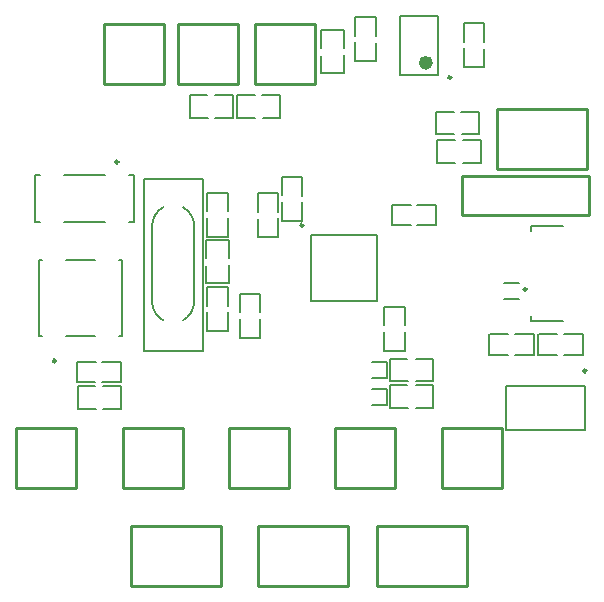
<source format=gbr>
%TF.GenerationSoftware,Altium Limited,Altium Designer,21.5.1 (32)*%
G04 Layer_Color=65535*
%FSLAX45Y45*%
%MOMM*%
%TF.SameCoordinates,06A15EC1-A366-40CD-93CB-9F33A424241D*%
%TF.FilePolarity,Positive*%
%TF.FileFunction,Legend,Top*%
%TF.Part,Single*%
G01*
G75*
%TA.AperFunction,NonConductor*%
%ADD53C,0.25000*%
%ADD54C,0.60000*%
%ADD55C,0.12700*%
%ADD56C,0.20000*%
%ADD57C,0.17500*%
%ADD58C,0.25400*%
D53*
X2556100Y3076800D02*
G03*
X2556100Y3076800I-12500J0D01*
G01*
X7047500Y2992500D02*
G03*
X7047500Y2992500I-12500J0D01*
G01*
X3086580Y4760080D02*
G03*
X3086580Y4760080I-12500J0D01*
G01*
X4652501Y4225000D02*
G03*
X4652501Y4225000I-12500J0D01*
G01*
X5905000Y5477000D02*
G03*
X5905000Y5477000I-12500J0D01*
G01*
X6542501Y3682500D02*
G03*
X6542501Y3682500I-12500J0D01*
G01*
D54*
X5720000Y5600000D02*
G03*
X5720000Y5600000I-30000J0D01*
G01*
D55*
X3632502Y3419699D02*
G03*
X3727802Y3577200I-82500J157501D01*
G01*
X3372202D02*
G03*
X3467501Y3419699I177800J0D01*
G01*
X3727802Y4219820D02*
G03*
X3632502Y4377321I-177800J0D01*
G01*
X3467501D02*
G03*
X3372202Y4219820I82500J-157501D01*
G01*
X4303780Y5328920D02*
X4456180D01*
Y5135880D02*
Y5328920D01*
X4308860Y5135880D02*
X4456180D01*
X4090420D02*
Y5328920D01*
Y5135880D02*
X4240280D01*
X4090420Y5328920D02*
X4240280D01*
X3690628Y5135888D02*
X3843028D01*
X3690628D02*
Y5328928D01*
X3837948D01*
X4056388Y5135888D02*
Y5328928D01*
X3906528D02*
X4056388D01*
X3906528Y5135888D02*
X4056388D01*
X3371295Y3576293D02*
Y4224900D01*
X3727802Y3577200D02*
Y4224900D01*
X3306162Y4618598D02*
X3806542Y4618601D01*
X3306162Y3158102D02*
Y4618598D01*
Y3158102D02*
X3806542Y3158099D01*
Y4618601D01*
X5990472Y5186512D02*
X6142872D01*
Y4993472D02*
Y5186512D01*
X5995552Y4993472D02*
X6142872D01*
X5777112D02*
Y5186512D01*
Y4993472D02*
X5926972D01*
X5777112Y5186512D02*
X5926972D01*
X4021514Y3732128D02*
Y3884528D01*
X3828474Y3732128D02*
X4021514D01*
X3828474D02*
Y3879448D01*
Y4097888D02*
X4021514D01*
X3828474Y3948028D02*
Y4097888D01*
X4021514Y3948028D02*
Y4097888D01*
X5387120Y2678480D02*
X5539520D01*
X5387120D02*
Y2871520D01*
X5534440D01*
X5752880Y2678480D02*
Y2871520D01*
X5603020D02*
X5752880D01*
X5603020Y2678480D02*
X5752880D01*
X5387120Y2903480D02*
X5539520D01*
X5387120D02*
Y3096520D01*
X5534440D01*
X5752880Y2903480D02*
Y3096520D01*
X5603020D02*
X5752880D01*
X5603020Y2903480D02*
X5752880D01*
X6000472Y4946512D02*
X6152872D01*
Y4753472D02*
Y4946512D01*
X6005552Y4753472D02*
X6152872D01*
X5787112D02*
Y4946512D01*
Y4753472D02*
X5936972D01*
X5787112Y4946512D02*
X5936972D01*
X2744720Y2672080D02*
X2897120D01*
X2744720D02*
Y2865120D01*
X2892040D01*
X3110480Y2672080D02*
Y2865120D01*
X2960620D02*
X3110480D01*
X2960620Y2672080D02*
X3110480D01*
X4996504Y5512136D02*
Y5664536D01*
X4803464Y5512136D02*
X4996504D01*
X4803464D02*
Y5659456D01*
Y5877896D02*
X4996504D01*
X4803464Y5728036D02*
Y5877896D01*
X4996504Y5728036D02*
Y5877896D01*
X4011362Y4341340D02*
Y4501360D01*
Y4130520D02*
Y4288000D01*
X3838642Y4128640D02*
X4011362D01*
X3838642Y4130520D02*
Y4285460D01*
Y4343880D02*
Y4501360D01*
X4011362D01*
X3838642Y3328640D02*
Y3488660D01*
Y3542000D02*
Y3699480D01*
Y3701360D02*
X4011362D01*
Y3544540D02*
Y3699480D01*
Y3328640D02*
Y3486120D01*
X3838642Y3328640D02*
X4011362D01*
X2734648Y3070868D02*
X2894668D01*
X2948008D02*
X3105488D01*
X3107368Y2898148D02*
Y3070868D01*
X2950548Y2898148D02*
X3105488D01*
X2734648D02*
X2892128D01*
X2734648D02*
Y3070868D01*
X5616340Y4223640D02*
X5776360D01*
X5405520D02*
X5563000D01*
X5403640D02*
Y4396360D01*
X5405520D02*
X5560460D01*
X5618880D02*
X5776360D01*
Y4223640D02*
Y4396360D01*
X4641361Y4476340D02*
Y4636360D01*
Y4265520D02*
Y4423000D01*
X4468641Y4263640D02*
X4641361D01*
X4468641Y4265520D02*
Y4420460D01*
Y4478880D02*
Y4636360D01*
X4641361D01*
X4286360Y3486339D02*
Y3646359D01*
Y3275519D02*
Y3432999D01*
X4113640Y3273640D02*
X4286360D01*
X4113640Y3275519D02*
Y3430459D01*
Y3488879D02*
Y3646359D01*
X4286360D01*
X5338632Y3163648D02*
Y3323668D01*
Y3377008D02*
Y3534488D01*
Y3536368D02*
X5511352D01*
Y3379548D02*
Y3534488D01*
Y3163648D02*
Y3321128D01*
X5338632Y3163648D02*
X5511352D01*
X4441361Y4336340D02*
Y4496360D01*
Y4125520D02*
Y4283000D01*
X4268641Y4123640D02*
X4441361D01*
X4268641Y4125520D02*
Y4280460D01*
Y4338880D02*
Y4496360D01*
X4441361D01*
X6856332Y3128632D02*
X7016352D01*
X6645512D02*
X6802992D01*
X6643633D02*
Y3301352D01*
X6645512D02*
X6800452D01*
X6858872D02*
X7016352D01*
Y3128632D02*
Y3301352D01*
X6441332Y3128632D02*
X6601352D01*
X6230512D02*
X6387992D01*
X6228632D02*
Y3301352D01*
X6230512D02*
X6385452D01*
X6443872D02*
X6601352D01*
Y3128632D02*
Y3301352D01*
X5093640Y5613641D02*
Y5773661D01*
Y5827001D02*
Y5984481D01*
Y5986360D02*
X5266360D01*
Y5829541D02*
Y5984481D01*
Y5613641D02*
Y5771121D01*
X5093640Y5613641D02*
X5266360D01*
X6013640Y5563640D02*
Y5723660D01*
Y5777000D02*
Y5934480D01*
Y5936360D02*
X6186360D01*
Y5779540D02*
Y5934480D01*
Y5563640D02*
Y5721120D01*
X6013640Y5563640D02*
X6186360D01*
D56*
X2418600Y3286800D02*
X2441100D01*
X2646100D02*
X2891100D01*
X3096100D02*
X3118600D01*
Y3926800D01*
X2418600D02*
X2441100D01*
X2646100D02*
X2891100D01*
X3096100D02*
X3118600D01*
X2418600Y3286800D02*
Y3926800D01*
X6351377Y3597500D02*
X6478624D01*
X6351377Y3732500D02*
X6478624D01*
X6365000Y2490000D02*
Y2860000D01*
X7035000Y2490000D02*
Y2860000D01*
X6365000Y2490000D02*
X7035000D01*
X6365000Y2860000D02*
X7035000D01*
X3219080Y4250080D02*
Y4650080D01*
X2379080D02*
X2421580D01*
X2626580D02*
X2971580D01*
X3176580D02*
X3219080D01*
X2379080Y4250080D02*
Y4650080D01*
Y4250080D02*
X2421580D01*
X2626580D02*
X2971580D01*
X3176580D02*
X3219080D01*
X4720601Y3585600D02*
Y4144400D01*
Y3585600D02*
X5279401D01*
Y4144400D01*
X4720601D02*
X5279401D01*
X5470000Y6000000D02*
X5790000D01*
X5470000Y5500000D02*
X5790000D01*
X5470000D02*
Y6000000D01*
X5790000Y5500000D02*
Y6000000D01*
X6580001Y3410500D02*
Y3457500D01*
Y4172500D02*
Y4219500D01*
X6847501D01*
X6580001Y3410500D02*
X6847501D01*
D57*
X5234715Y2935285D02*
X5360000D01*
Y3064715D01*
X5234715D02*
X5360000D01*
X5234715Y2834715D02*
X5360000D01*
Y2705285D02*
Y2834715D01*
X5234715Y2705285D02*
X5360000D01*
D58*
X2969000Y5423000D02*
X3477000D01*
Y5931000D01*
X2969000Y5423000D02*
Y5931000D01*
X3477000D01*
X6330999Y1998000D02*
Y2506000D01*
X5822999D02*
X6330999D01*
X5822999Y1998000D02*
X6330999D01*
X5822999D02*
Y2506000D01*
X3594000Y5423000D02*
X4102000D01*
Y5931000D01*
X3594000Y5423000D02*
Y5931000D01*
X4102000D01*
X4244000Y5423000D02*
X4752000D01*
Y5931000D01*
X4244000Y5423000D02*
Y5931000D01*
X4752000D01*
X3630999Y1998000D02*
Y2506000D01*
X3122999D02*
X3630999D01*
X3122999Y1998000D02*
X3630999D01*
X3122999D02*
Y2506000D01*
X2727000Y1998000D02*
Y2506000D01*
X2219000D02*
X2727000D01*
X2219000Y1998000D02*
X2727000D01*
X2219000D02*
Y2506000D01*
X5430999Y1998000D02*
Y2506000D01*
X4922999D02*
X5430999D01*
X4922999Y1998000D02*
X5430999D01*
X4922999D02*
Y2506000D01*
X4530999Y1998000D02*
Y2506000D01*
X4022999D02*
X4530999D01*
X4022999Y1998000D02*
X4530999D01*
X4022999D02*
Y2506000D01*
X6294000Y5205999D02*
X7056000D01*
X6294000Y4697999D02*
Y5205999D01*
Y4697999D02*
X7056000D01*
Y5205999D01*
X5273000Y1681000D02*
X6035000D01*
X5273000Y1173000D02*
Y1681000D01*
Y1173000D02*
X6035000D01*
Y1681000D01*
X4269000Y1677000D02*
X5031000D01*
X4269000Y1169000D02*
Y1677000D01*
Y1169000D02*
X5031000D01*
Y1677000D01*
X3194000Y1681000D02*
X3956000D01*
X3194000Y1173000D02*
Y1681000D01*
Y1173000D02*
X3956000D01*
Y1681000D01*
X6075560Y4642640D02*
X7068700D01*
X5999360D02*
X6075560D01*
X5999360Y4312440D02*
Y4642640D01*
Y4312440D02*
X7068700D01*
Y4642640D01*
%TF.MD5,7e5a82852bbd9120c913117e00877261*%
M02*

</source>
